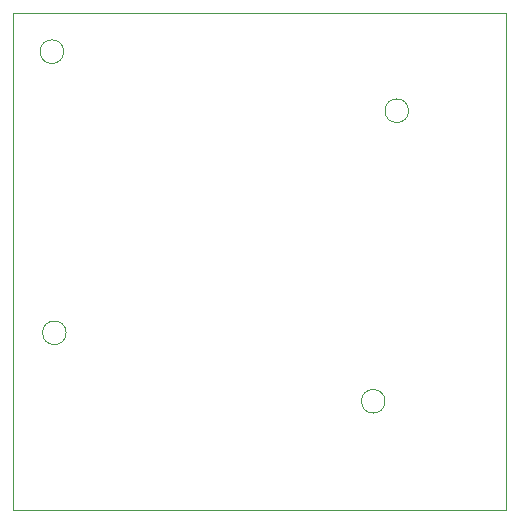
<source format=gm1>
G04 #@! TF.GenerationSoftware,KiCad,Pcbnew,(5.1.6)-1*
G04 #@! TF.CreationDate,2020-08-27T23:19:36-05:00*
G04 #@! TF.ProjectId,PikateaTPM,50696b61-7465-4615-9450-4d2e6b696361,rev?*
G04 #@! TF.SameCoordinates,Original*
G04 #@! TF.FileFunction,Profile,NP*
%FSLAX46Y46*%
G04 Gerber Fmt 4.6, Leading zero omitted, Abs format (unit mm)*
G04 Created by KiCad (PCBNEW (5.1.6)-1) date 2020-08-27 23:19:36*
%MOMM*%
%LPD*%
G01*
G04 APERTURE LIST*
G04 #@! TA.AperFunction,Profile*
%ADD10C,0.100000*%
G04 #@! TD*
G04 APERTURE END LIST*
D10*
X121000000Y-119800000D02*
G75*
G03*
X121000000Y-119800000I-1000000J0D01*
G01*
X150000000Y-101000000D02*
G75*
G03*
X150000000Y-101000000I-1000000J0D01*
G01*
X148000000Y-125600000D02*
G75*
G03*
X148000000Y-125600000I-1000000J0D01*
G01*
X120800000Y-96000000D02*
G75*
G03*
X120800000Y-96000000I-1000000J0D01*
G01*
X158250000Y-92750000D02*
X158250000Y-134800000D01*
X116500000Y-92750000D02*
X158250000Y-92750000D01*
X116500000Y-134800000D02*
X116500000Y-92750000D01*
X158250000Y-134800000D02*
X116500000Y-134800000D01*
M02*

</source>
